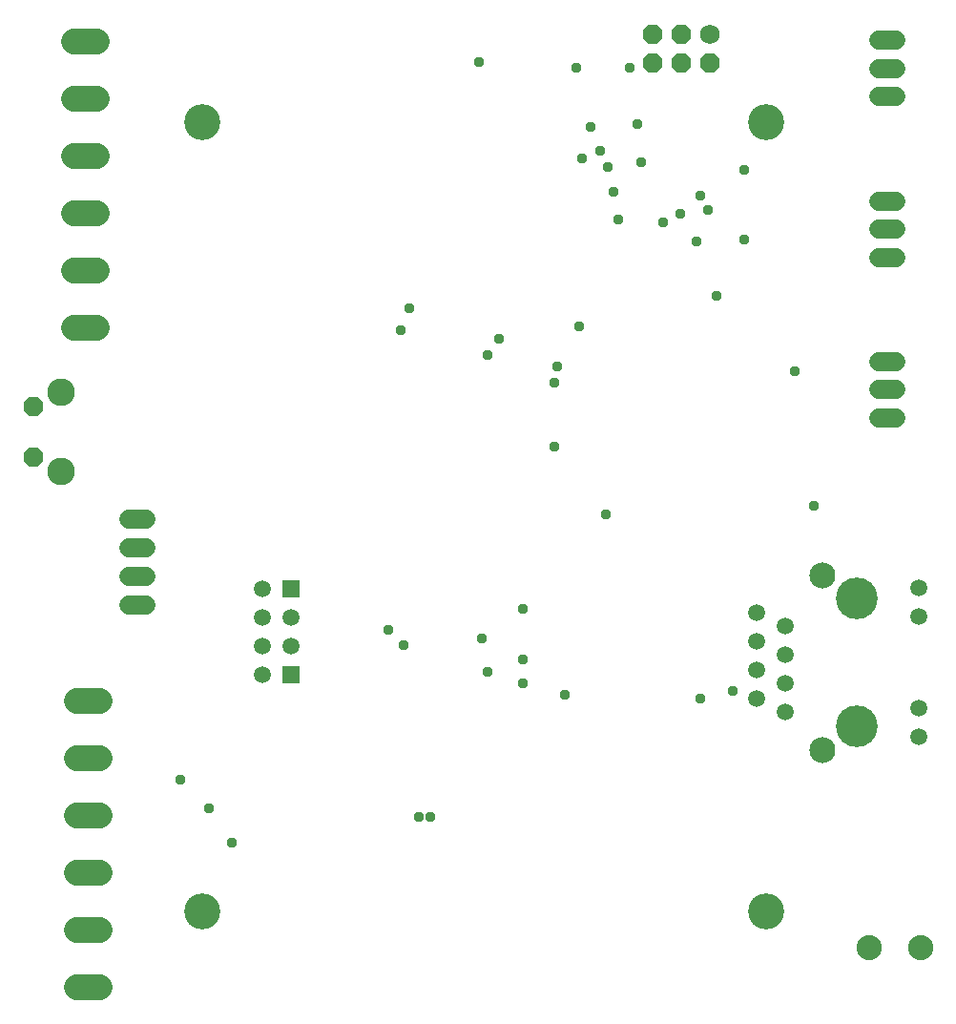
<source format=gbr>
G04 EAGLE Gerber RS-274X export*
G75*
%MOMM*%
%FSLAX34Y34*%
%LPD*%
%AMOC8*
5,1,8,0,0,1.08239X$1,22.5*%
G01*
%ADD10C,3.203200*%
%ADD11C,2.235200*%
%ADD12C,1.727200*%
%ADD13R,1.511200X1.511200*%
%ADD14C,1.511200*%
%ADD15C,2.298700*%
%ADD16C,2.303200*%
%ADD17C,3.703200*%
%ADD18C,1.727200*%
%ADD19P,1.869504X8X202.500000*%
%ADD20P,1.869504X8X292.500000*%
%ADD21C,2.451100*%
%ADD22C,0.959600*%


D10*
X172500Y832500D03*
X672500Y832500D03*
X172500Y132500D03*
X672500Y132500D03*
D11*
X810000Y100000D03*
X764280Y100000D03*
D12*
X772380Y620000D02*
X787620Y620000D01*
X787620Y595000D02*
X772380Y595000D01*
X772380Y570000D02*
X787620Y570000D01*
X787620Y762500D02*
X772380Y762500D01*
X772380Y737500D02*
X787620Y737500D01*
X787620Y712500D02*
X772380Y712500D01*
D13*
X251125Y418250D03*
X251125Y342050D03*
D14*
X251125Y392850D03*
X251125Y367450D03*
X225725Y367450D03*
X225725Y392850D03*
X225725Y418250D03*
X225725Y342050D03*
D15*
X78778Y904500D02*
X57823Y904500D01*
X57823Y853700D02*
X78778Y853700D01*
X78778Y650500D02*
X57823Y650500D01*
X57823Y802900D02*
X78778Y802900D01*
X78778Y752100D02*
X57823Y752100D01*
X57823Y701300D02*
X78778Y701300D01*
X81278Y319500D02*
X60323Y319500D01*
X60323Y268700D02*
X81278Y268700D01*
X81278Y65500D02*
X60323Y65500D01*
X60323Y217900D02*
X81278Y217900D01*
X81278Y167100D02*
X60323Y167100D01*
X60323Y116300D02*
X81278Y116300D01*
D12*
X772380Y905000D02*
X787620Y905000D01*
X787620Y880000D02*
X772380Y880000D01*
X772380Y855000D02*
X787620Y855000D01*
D16*
X722700Y275750D03*
X722700Y430650D03*
D14*
X808400Y419450D03*
X808400Y394050D03*
X808400Y312350D03*
X808400Y286950D03*
X664300Y397600D03*
X664300Y372200D03*
X664300Y346800D03*
X664300Y321400D03*
X689700Y385000D03*
X689700Y359600D03*
X689700Y334200D03*
X689700Y308800D03*
D17*
X753000Y296200D03*
X753000Y410200D03*
D12*
X122620Y404400D02*
X107380Y404400D01*
X107380Y429800D02*
X122620Y429800D01*
X122620Y455200D02*
X107380Y455200D01*
X107380Y480600D02*
X122620Y480600D01*
D18*
X622900Y910200D03*
D19*
X597500Y910200D03*
X572100Y910200D03*
X622900Y884800D03*
X597500Y884800D03*
X572100Y884800D03*
D20*
X22554Y580106D03*
X22554Y534894D03*
D21*
X47446Y592552D03*
X47446Y522448D03*
D22*
X374524Y216346D03*
X198998Y192875D03*
X562296Y797011D03*
X509230Y800072D03*
X493922Y324519D03*
X698022Y611280D03*
X537804Y770478D03*
X349011Y648018D03*
X153075Y249002D03*
X484738Y601075D03*
X484738Y544947D03*
X611280Y726596D03*
X425549Y625567D03*
X420446Y374524D03*
X530660Y484738D03*
X614341Y767416D03*
X628628Y678633D03*
X337786Y381667D03*
X351052Y368401D03*
X621485Y754150D03*
X653120Y789867D03*
X418405Y885794D03*
X596993Y751088D03*
X541886Y745986D03*
X435754Y639854D03*
X178588Y223490D03*
X504127Y880692D03*
X653120Y728637D03*
X457184Y334724D03*
X457184Y356155D03*
X457184Y401057D03*
X364319Y216346D03*
X715371Y491881D03*
X614341Y321458D03*
X425549Y344929D03*
X642915Y327581D03*
X525558Y807216D03*
X558214Y830687D03*
X581685Y743945D03*
X532701Y792929D03*
X487799Y615362D03*
X552091Y880692D03*
X517394Y828646D03*
X356155Y667407D03*
X507189Y651079D03*
M02*

</source>
